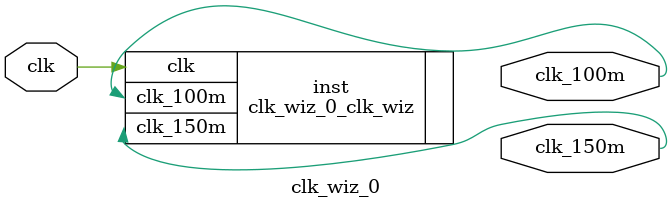
<source format=v>


`timescale 1ps/1ps

(* CORE_GENERATION_INFO = "clk_wiz_0,clk_wiz_v5_3_3_0,{component_name=clk_wiz_0,use_phase_alignment=true,use_min_o_jitter=false,use_max_i_jitter=false,use_dyn_phase_shift=false,use_inclk_switchover=false,use_dyn_reconfig=false,enable_axi=0,feedback_source=FDBK_AUTO,PRIMITIVE=MMCM,num_out_clk=2,clkin1_period=20.0,clkin2_period=10.0,use_power_down=false,use_reset=false,use_locked=false,use_inclk_stopped=false,feedback_type=SINGLE,CLOCK_MGR_TYPE=NA,manual_override=false}" *)

module clk_wiz_0 
 (
  // Clock out ports
  output        clk_100m,
  output        clk_150m,
 // Clock in ports
  input         clk
 );

  clk_wiz_0_clk_wiz inst
  (
  // Clock out ports  
  .clk_100m(clk_100m),
  .clk_150m(clk_150m),
 // Clock in ports
  .clk(clk)
  );

endmodule

</source>
